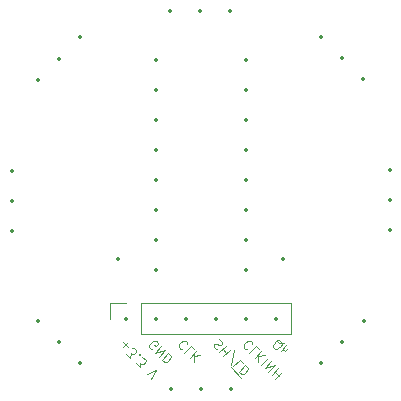
<source format=gbr>
%TF.GenerationSoftware,KiCad,Pcbnew,8.0.5*%
%TF.CreationDate,2024-12-11T17:00:49+10:00*%
%TF.ProjectId,windVane,77696e64-5661-46e6-952e-6b696361645f,rev?*%
%TF.SameCoordinates,Original*%
%TF.FileFunction,Legend,Bot*%
%TF.FilePolarity,Positive*%
%FSLAX46Y46*%
G04 Gerber Fmt 4.6, Leading zero omitted, Abs format (unit mm)*
G04 Created by KiCad (PCBNEW 8.0.5) date 2024-12-11 17:00:49*
%MOMM*%
%LPD*%
G01*
G04 APERTURE LIST*
%ADD10C,0.125000*%
%ADD11C,0.120000*%
%ADD12C,0.350000*%
G04 APERTURE END LIST*
D10*
X143403512Y-112982161D02*
X143834510Y-113413159D01*
X143834510Y-112982161D02*
X143403512Y-113413159D01*
X143699823Y-113978844D02*
X144050009Y-114329031D01*
X144050009Y-114329031D02*
X144076947Y-113924970D01*
X144076947Y-113924970D02*
X144157759Y-114005782D01*
X144157759Y-114005782D02*
X144238571Y-114032719D01*
X144238571Y-114032719D02*
X144292446Y-114032719D01*
X144292446Y-114032719D02*
X144373258Y-114005782D01*
X144373258Y-114005782D02*
X144507945Y-113871095D01*
X144507945Y-113871095D02*
X144534882Y-113790283D01*
X144534882Y-113790283D02*
X144534882Y-113736408D01*
X144534882Y-113736408D02*
X144507945Y-113655596D01*
X144507945Y-113655596D02*
X144346321Y-113493971D01*
X144346321Y-113493971D02*
X144265508Y-113467034D01*
X144265508Y-113467034D02*
X144211634Y-113467034D01*
X144804257Y-114059657D02*
X144858131Y-114059657D01*
X144858131Y-114059657D02*
X144858131Y-114005782D01*
X144858131Y-114005782D02*
X144804257Y-114005782D01*
X144804257Y-114005782D02*
X144804257Y-114059657D01*
X144804257Y-114059657D02*
X144858131Y-114005782D01*
X144507945Y-114786966D02*
X144858131Y-115137153D01*
X144858131Y-115137153D02*
X144885068Y-114733092D01*
X144885068Y-114733092D02*
X144965881Y-114813904D01*
X144965881Y-114813904D02*
X145046693Y-114840841D01*
X145046693Y-114840841D02*
X145100568Y-114840841D01*
X145100568Y-114840841D02*
X145181380Y-114813904D01*
X145181380Y-114813904D02*
X145316067Y-114679217D01*
X145316067Y-114679217D02*
X145343004Y-114598404D01*
X145343004Y-114598404D02*
X145343004Y-114544530D01*
X145343004Y-114544530D02*
X145316067Y-114463717D01*
X145316067Y-114463717D02*
X145154442Y-114302093D01*
X145154442Y-114302093D02*
X145073630Y-114275156D01*
X145073630Y-114275156D02*
X145019755Y-114275156D01*
X145450754Y-115729776D02*
X146205001Y-115352652D01*
X146205001Y-115352652D02*
X145827878Y-116106899D01*
X157050009Y-113089910D02*
X156969197Y-113062973D01*
X156969197Y-113062973D02*
X156861447Y-113062973D01*
X156861447Y-113062973D02*
X156699823Y-113062973D01*
X156699823Y-113062973D02*
X156619011Y-113036035D01*
X156619011Y-113036035D02*
X156565136Y-112982161D01*
X156726760Y-112874411D02*
X156645948Y-112847474D01*
X156645948Y-112847474D02*
X156538199Y-112847474D01*
X156538199Y-112847474D02*
X156403512Y-112928286D01*
X156403512Y-112928286D02*
X156214950Y-113116848D01*
X156214950Y-113116848D02*
X156134138Y-113251535D01*
X156134138Y-113251535D02*
X156134138Y-113359284D01*
X156134138Y-113359284D02*
X156161075Y-113440096D01*
X156161075Y-113440096D02*
X156268825Y-113547846D01*
X156268825Y-113547846D02*
X156349637Y-113574783D01*
X156349637Y-113574783D02*
X156457386Y-113574783D01*
X156457386Y-113574783D02*
X156592073Y-113493971D01*
X156592073Y-113493971D02*
X156780635Y-113305409D01*
X156780635Y-113305409D02*
X156861447Y-113170722D01*
X156861447Y-113170722D02*
X156861447Y-113062973D01*
X156861447Y-113062973D02*
X156834510Y-112982161D01*
X156834510Y-112982161D02*
X156726760Y-112874411D01*
X157247191Y-113269852D02*
X156794643Y-113722400D01*
X157441140Y-113463801D02*
X157204091Y-113700850D01*
X157204091Y-113700850D02*
X157139441Y-113722400D01*
X157139441Y-113722400D02*
X157074791Y-113700850D01*
X157074791Y-113700850D02*
X157010142Y-113636201D01*
X157010142Y-113636201D02*
X156988592Y-113571551D01*
X156988592Y-113571551D02*
X156988592Y-113528451D01*
X148888385Y-113143785D02*
X148888385Y-113089910D01*
X148888385Y-113089910D02*
X148834510Y-112982161D01*
X148834510Y-112982161D02*
X148780635Y-112928286D01*
X148780635Y-112928286D02*
X148672886Y-112874411D01*
X148672886Y-112874411D02*
X148565136Y-112874411D01*
X148565136Y-112874411D02*
X148484324Y-112901348D01*
X148484324Y-112901348D02*
X148349637Y-112982161D01*
X148349637Y-112982161D02*
X148268825Y-113062973D01*
X148268825Y-113062973D02*
X148188012Y-113197660D01*
X148188012Y-113197660D02*
X148161075Y-113278472D01*
X148161075Y-113278472D02*
X148161075Y-113386222D01*
X148161075Y-113386222D02*
X148214950Y-113493971D01*
X148214950Y-113493971D02*
X148268825Y-113547846D01*
X148268825Y-113547846D02*
X148376574Y-113601721D01*
X148376574Y-113601721D02*
X148430449Y-113601721D01*
X149454070Y-113601721D02*
X149184696Y-113332347D01*
X149184696Y-113332347D02*
X148619011Y-113898032D01*
X149642632Y-113790283D02*
X149076947Y-114355968D01*
X149965881Y-114113531D02*
X149400195Y-114194344D01*
X149400195Y-114679217D02*
X149400195Y-114032719D01*
X151565136Y-112766661D02*
X151672886Y-112820536D01*
X151672886Y-112820536D02*
X151807573Y-112955223D01*
X151807573Y-112955223D02*
X151834510Y-113036035D01*
X151834510Y-113036035D02*
X151834510Y-113089910D01*
X151834510Y-113089910D02*
X151807573Y-113170722D01*
X151807573Y-113170722D02*
X151753698Y-113224597D01*
X151753698Y-113224597D02*
X151672886Y-113251535D01*
X151672886Y-113251535D02*
X151619011Y-113251535D01*
X151619011Y-113251535D02*
X151538199Y-113224597D01*
X151538199Y-113224597D02*
X151403512Y-113143785D01*
X151403512Y-113143785D02*
X151322699Y-113116848D01*
X151322699Y-113116848D02*
X151268825Y-113116848D01*
X151268825Y-113116848D02*
X151188012Y-113143785D01*
X151188012Y-113143785D02*
X151134138Y-113197660D01*
X151134138Y-113197660D02*
X151107200Y-113278472D01*
X151107200Y-113278472D02*
X151107200Y-113332347D01*
X151107200Y-113332347D02*
X151134138Y-113413159D01*
X151134138Y-113413159D02*
X151268825Y-113547846D01*
X151268825Y-113547846D02*
X151376574Y-113601721D01*
X152157759Y-113305410D02*
X151592074Y-113871095D01*
X151861448Y-113601721D02*
X152184696Y-113924970D01*
X152481008Y-113628658D02*
X151915322Y-114194344D01*
X152561820Y-114894716D02*
X152804256Y-113682533D01*
X153612378Y-114760029D02*
X153343004Y-114490655D01*
X153343004Y-114490655D02*
X152777319Y-115056340D01*
X153800940Y-114948591D02*
X153235255Y-115514276D01*
X153235255Y-115514276D02*
X153369942Y-115648963D01*
X153369942Y-115648963D02*
X153477691Y-115702838D01*
X153477691Y-115702838D02*
X153585441Y-115702838D01*
X153585441Y-115702838D02*
X153666253Y-115675901D01*
X153666253Y-115675901D02*
X153800940Y-115595088D01*
X153800940Y-115595088D02*
X153881752Y-115514276D01*
X153881752Y-115514276D02*
X153962565Y-115379589D01*
X153962565Y-115379589D02*
X153989502Y-115298777D01*
X153989502Y-115298777D02*
X153989502Y-115191027D01*
X153989502Y-115191027D02*
X153935627Y-115083278D01*
X153935627Y-115083278D02*
X153800940Y-114948591D01*
X152542155Y-115135267D02*
X153452640Y-116045751D01*
X145876574Y-113601721D02*
X145795762Y-113574783D01*
X145795762Y-113574783D02*
X145714950Y-113493971D01*
X145714950Y-113493971D02*
X145661075Y-113386222D01*
X145661075Y-113386222D02*
X145661075Y-113278472D01*
X145661075Y-113278472D02*
X145688012Y-113197660D01*
X145688012Y-113197660D02*
X145768825Y-113062973D01*
X145768825Y-113062973D02*
X145849637Y-112982161D01*
X145849637Y-112982161D02*
X145984324Y-112901348D01*
X145984324Y-112901348D02*
X146065136Y-112874411D01*
X146065136Y-112874411D02*
X146172886Y-112874411D01*
X146172886Y-112874411D02*
X146280635Y-112928286D01*
X146280635Y-112928286D02*
X146334510Y-112982161D01*
X146334510Y-112982161D02*
X146388385Y-113089910D01*
X146388385Y-113089910D02*
X146388385Y-113143785D01*
X146388385Y-113143785D02*
X146199823Y-113332347D01*
X146199823Y-113332347D02*
X146092073Y-113224597D01*
X146684696Y-113332347D02*
X146119011Y-113898032D01*
X146119011Y-113898032D02*
X147007945Y-113655596D01*
X147007945Y-113655596D02*
X146442260Y-114221281D01*
X147277319Y-113924970D02*
X146711633Y-114490655D01*
X146711633Y-114490655D02*
X146846320Y-114625342D01*
X146846320Y-114625342D02*
X146954070Y-114679217D01*
X146954070Y-114679217D02*
X147061820Y-114679217D01*
X147061820Y-114679217D02*
X147142632Y-114652279D01*
X147142632Y-114652279D02*
X147277319Y-114571467D01*
X147277319Y-114571467D02*
X147358131Y-114490655D01*
X147358131Y-114490655D02*
X147438943Y-114355968D01*
X147438943Y-114355968D02*
X147465881Y-114275156D01*
X147465881Y-114275156D02*
X147465881Y-114167406D01*
X147465881Y-114167406D02*
X147412006Y-114059657D01*
X147412006Y-114059657D02*
X147277319Y-113924970D01*
X154388385Y-113143785D02*
X154388385Y-113089910D01*
X154388385Y-113089910D02*
X154334510Y-112982161D01*
X154334510Y-112982161D02*
X154280635Y-112928286D01*
X154280635Y-112928286D02*
X154172886Y-112874411D01*
X154172886Y-112874411D02*
X154065136Y-112874411D01*
X154065136Y-112874411D02*
X153984324Y-112901348D01*
X153984324Y-112901348D02*
X153849637Y-112982161D01*
X153849637Y-112982161D02*
X153768825Y-113062973D01*
X153768825Y-113062973D02*
X153688012Y-113197660D01*
X153688012Y-113197660D02*
X153661075Y-113278472D01*
X153661075Y-113278472D02*
X153661075Y-113386222D01*
X153661075Y-113386222D02*
X153714950Y-113493971D01*
X153714950Y-113493971D02*
X153768825Y-113547846D01*
X153768825Y-113547846D02*
X153876574Y-113601721D01*
X153876574Y-113601721D02*
X153930449Y-113601721D01*
X154954070Y-113601721D02*
X154684696Y-113332347D01*
X154684696Y-113332347D02*
X154119011Y-113898032D01*
X155142632Y-113790283D02*
X154576947Y-114355968D01*
X155465881Y-114113531D02*
X154900195Y-114194344D01*
X154900195Y-114679217D02*
X154900195Y-114032719D01*
X155708317Y-114355968D02*
X155142632Y-114921654D01*
X155977691Y-114625342D02*
X155412006Y-115191027D01*
X155412006Y-115191027D02*
X156300940Y-114948591D01*
X156300940Y-114948591D02*
X155735255Y-115514276D01*
X156570314Y-115217964D02*
X156004628Y-115783650D01*
X156274002Y-115514276D02*
X156597251Y-115837525D01*
X156893563Y-115541213D02*
X156327877Y-116106899D01*
D11*
%TO.C,SIG1*%
X142320000Y-109670000D02*
X143650000Y-109670000D01*
X142320000Y-111000000D02*
X142320000Y-109670000D01*
X144920000Y-112330000D02*
X144920000Y-109670000D01*
X157680000Y-109670000D02*
X144920000Y-109670000D01*
X157680000Y-112330000D02*
X144920000Y-112330000D01*
X157680000Y-112330000D02*
X157680000Y-109670000D01*
%TD*%
D12*
X147475000Y-117000000D03*
X150015000Y-117000000D03*
X152555000Y-117000000D03*
X160203949Y-114796051D03*
X162000000Y-113000000D03*
X163796051Y-111203949D03*
X163750000Y-90750000D03*
X161953949Y-88953949D03*
X160157898Y-87157898D03*
X134000000Y-98475000D03*
X134000000Y-101015000D03*
X134000000Y-103555000D03*
X146200000Y-89125000D03*
X146200000Y-91665000D03*
X146200000Y-94205000D03*
X146200000Y-96745000D03*
X146200000Y-99285000D03*
X146200000Y-101825000D03*
X146200000Y-104365000D03*
X146200000Y-106905000D03*
X153820000Y-106905000D03*
X153820000Y-104365000D03*
X153820000Y-101825000D03*
X153820000Y-99285000D03*
X153820000Y-96745000D03*
X153820000Y-94205000D03*
X153820000Y-91665000D03*
X153820000Y-89125000D03*
X143000000Y-106000000D03*
X136203949Y-111203949D03*
X138000000Y-113000000D03*
X139796051Y-114796051D03*
X152525000Y-85000000D03*
X149985000Y-85000000D03*
X147445000Y-85000000D03*
X157000000Y-106000000D03*
X166000000Y-103525000D03*
X166000000Y-100985000D03*
X166000000Y-98445000D03*
X139796051Y-87203949D03*
X138000000Y-89000000D03*
X136203949Y-90796051D03*
X143650000Y-111000000D03*
X146190000Y-111000000D03*
X148730000Y-111000000D03*
X151270000Y-111000000D03*
X153810000Y-111000000D03*
X156350000Y-111000000D03*
M02*

</source>
